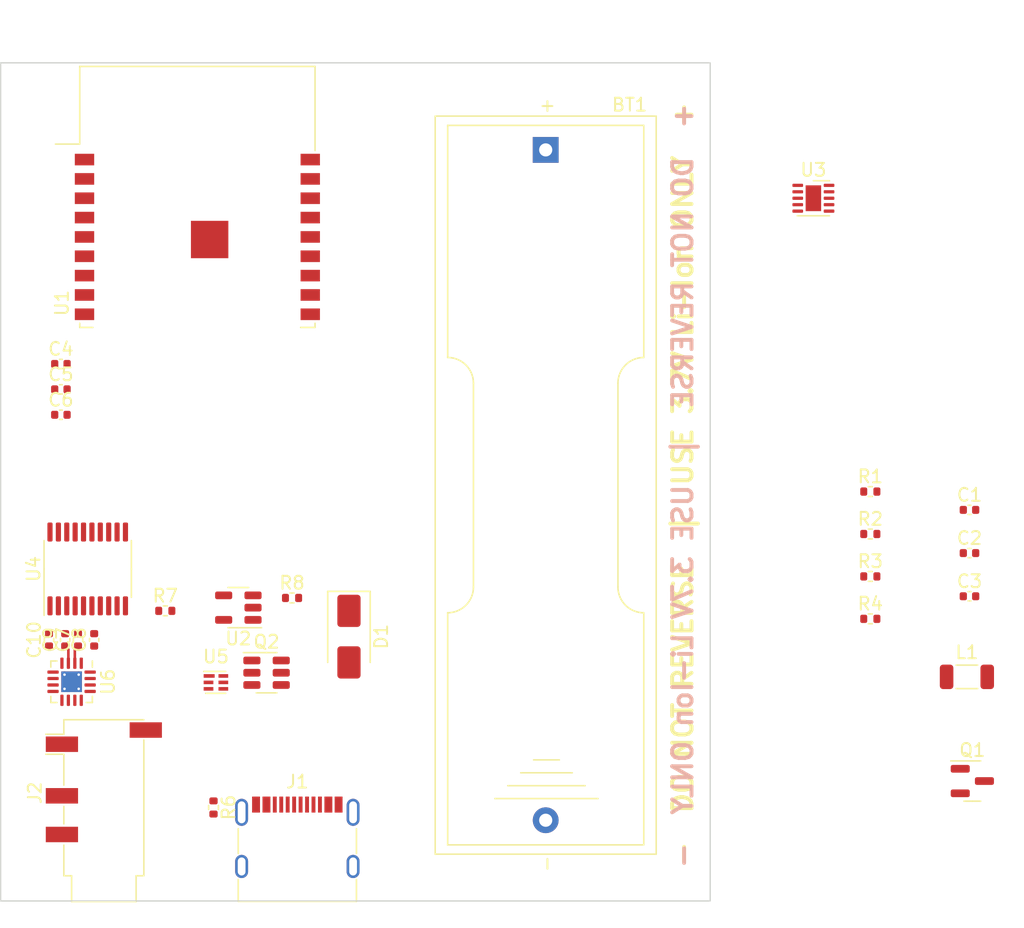
<source format=kicad_pcb>
(kicad_pcb (version 20221018) (generator pcbnew)
  (layers (0 "F.Cu" signal) (1 "In1.Cu" signal) (2 "In2.Cu" signal) (31 "B.Cu" signal) (34 "B.Paste" user) (35 "F.Paste" user) (36 "B.SilkS" user "B.Silkscreen") (37 "F.SilkS" user "F.Silkscreen") (38 "B.Mask" user) (39 "F.Mask" user) (44 "Edge.Cuts" user))
  (net 0 "")
  (net 1 "GND")
  (net 12 "/TPS_EN")
  (net 17 "/TPS_IN")
  (net 18 "VBUS")
  (net 19 "/D-")
  (net 20 "/D+")
  (net 21 "Net-(U3-L2)")
  (net 22 "Net-(U3-L1)")
  (net 24 "/DG")
  (net 25 "/CG")
  (net 26 "/PROG")
  (net 27 "/BS+")
  (net 28 "+3V3")
  (net 33 "Net-(J1-SHIELD)")
  (net 34 "/CC2")
  (net 35 "/CC1")
  (net 36 "-BATT")
  (net 37 "+BATT")
  (net 38 "/BS-")
  (net 39 "/HPVDD")
  (net 40 "/HPVSS")
  (net 41 "/CPP")
  (net 42 "/CPN")
  (net 43 "/INL+")
  (net 44 "/INL-")
  (net 45 "/CL")
  (net 46 "/INR+")
  (net 47 "/INR-")
  (net 48 "/CR")
  (net 49 "/JR")
  (net 50 "/MIC_IN")
  (net 51 "/JL")
  (net 70 "/HP_EN")
  (footprint "Package_TO_SOT_SMD:SOT-23" (layer "F.Cu") (at 95.32 75.7)
    (fp_text reference "Q1" (at 0 -2.4) (layer "F.SilkS"))
    (fp_text value "DMP3165L")
    (fp_line (start 0 -1.56) (end -1.675 -1.56) (stroke (width 0.12)) (layer "F.SilkS"))
    (fp_line (start 0 -1.56) (end 0.65 -1.56) (stroke (width 0.12)) (layer "F.SilkS"))
    (fp_line (start 0 1.56) (end -0.65 1.56) (stroke (width 0.12)) (layer "F.SilkS"))
    (fp_line (start 0 1.56) (end 0.65 1.56) (stroke (width 0.12)) (layer "F.SilkS"))
    (pad "1" smd roundrect (at -0.9375 -0.95) (size 1.475 0.6) (layers "F.Cu" "F.Paste" "F.Mask") (net 18 "VBUS"))
    (pad "2" smd roundrect (at -0.9375 0.95) (size 1.475 0.6) (layers "F.Cu" "F.Paste" "F.Mask") (net 17 "/TPS_IN"))
    (pad "3" smd roundrect (at 0.9375 0) (size 1.475 0.6) (layers "F.Cu" "F.Paste" "F.Mask") (net 37 "+BATT"))
  )
  (footprint "Package_TO_SOT_SMD:SOT-23-6" (layer "F.Cu") (at 40.6125 67.3)
    (fp_text reference "Q2" (at 0 -2.4) (layer "F.SilkS"))
    (fp_text value "DMG9926UDM")
    (fp_line (start 0 -1.56) (end -1.8 -1.56) (stroke (width 0.12)) (layer "F.SilkS"))
    (fp_line (start 0 -1.56) (end 0.8 -1.56) (stroke (width 0.12)) (layer "F.SilkS"))
    (fp_line (start 0 1.56) (end -0.8 1.56) (stroke (width 0.12)) (layer "F.SilkS"))
    (fp_line (start 0 1.56) (end 0.8 1.56) (stroke (width 0.12)) (layer "F.SilkS"))
    (pad "1" smd roundrect (at -1.1375 -0.95) (size 1.325 0.6) (layers "F.Cu" "F.Paste" "F.Mask") (net 1 "GND"))
    (pad "2" smd roundrect (at -1.1375 0) (size 1.325 0.6) (layers "F.Cu" "F.Paste" "F.Mask"))
    (pad "3" smd roundrect (at -1.1375 0.95) (size 1.325 0.6) (layers "F.Cu" "F.Paste" "F.Mask") (net 36 "-BATT"))
    (pad "4" smd roundrect (at 1.1375 0.95) (size 1.325 0.6) (layers "F.Cu" "F.Paste" "F.Mask") (net 24 "/DG"))
    (pad "5" smd roundrect (at 1.1375 0) (size 1.325 0.6) (layers "F.Cu" "F.Paste" "F.Mask"))
    (pad "6" smd roundrect (at 1.1375 -0.95) (size 1.325 0.6) (layers "F.Cu" "F.Paste" "F.Mask") (net 25 "/CG"))
  )
  (footprint "Resistor_SMD:R_0402_1005Metric" (layer "F.Cu") (at 36.5 77.75 -90)
    (fp_text reference "R6" (at 0 -1.17 90) (layer "F.SilkS"))
    (fp_text value "1M")
    (fp_line (start -0.153641 -0.38) (end 0.153641 -0.38) (stroke (width 0.12)) (layer "F.SilkS"))
    (fp_line (start -0.153641 0.38) (end 0.153641 0.38) (stroke (width 0.12)) (layer "F.SilkS"))
    (pad "1" smd roundrect (at -0.51 0 270) (size 0.54 0.64) (layers "F.Cu" "F.Paste" "F.Mask") (net 1 "GND"))
    (pad "2" smd roundrect (at 0.51 0 270) (size 0.54 0.64) (layers "F.Cu" "F.Paste" "F.Mask") (net 33 "Net-(J1-SHIELD)"))
  )
  (footprint "Battery:BatteryHolder_Keystone_2460_1xAA" (layer "F.Cu") (at 62.25 26.75 -90)
    (fp_text reference "BT1" (at -3.5 -6.5 -180) (layer "F.SilkS"))
    (fp_text value "Li-Ion")
    (fp_text user "+" (at -3.4 -0.06 90) (layer "F.SilkS"))
    (fp_text user "-" (at 55.37 -0.06 90) (layer "F.SilkS"))
    (fp_line (start -2.62 -8.565) (end 54.62 -8.565) (stroke (width 0.12)) (layer "F.SilkS"))
    (fp_line (start -2.62 8.565) (end -2.62 -8.565) (stroke (width 0.12)) (layer "F.SilkS"))
    (fp_line (start -1.9 -7.6) (end -1.9 7.6) (stroke (width 0.12)) (layer "F.SilkS"))
    (fp_line (start -1.9 -7.6) (end 16.1 -7.6) (stroke (width 0.12)) (layer "F.SilkS"))
    (fp_line (start -1.9 7.6) (end 16.1 7.6) (stroke (width 0.12)) (layer "F.SilkS"))
    (fp_line (start 18.1 -5.6) (end 33.9 -5.6) (stroke (width 0.12)) (layer "F.SilkS"))
    (fp_line (start 33.9 5.6) (end 18.1 5.6) (stroke (width 0.12)) (layer "F.SilkS"))
    (fp_line (start 35.9 -7.6) (end 53.9 -7.6) (stroke (width 0.12)) (layer "F.SilkS"))
    (fp_line (start 35.9 7.6) (end 53.9 7.6) (stroke (width 0.12)) (layer "F.SilkS"))
    (fp_line (start 47.31 -1.06) (end 47.31 0.94) (stroke (width 0.12)) (layer "F.SilkS"))
    (fp_line (start 48.31 -2.06) (end 48.31 1.94) (stroke (width 0.12)) (layer "F.SilkS"))
    (fp_line (start 49.31 2.94) (end 49.31 -3.06) (stroke (width 0.12)) (layer "F.SilkS"))
    (fp_line (start 50.31 -4.06) (end 50.31 3.94) (stroke (width 0.12)) (layer "F.SilkS"))
    (fp_line (start 53.9 -7.6) (end 53.9 7.6) (stroke (width 0.12)) (layer "F.SilkS"))
    (fp_line (start 54.62 -8.565) (end 54.62 8.565) (stroke (width 0.12)) (layer "F.SilkS"))
    (fp_line (start 54.62 8.565) (end -2.62 8.565) (stroke (width 0.12)) (layer "F.SilkS"))
    (fp_arc (start 16.1 7.6) (mid 16.685786 6.185786) (end 18.1 5.6) (stroke (width 0.12)) (layer "F.SilkS"))
    (fp_arc (start 18.1 -5.6) (mid 16.685786 -6.185786) (end 16.1 -7.6) (stroke (width 0.12)) (layer "F.SilkS"))
    (fp_arc (start 33.9 5.6) (mid 35.314214 6.185786) (end 35.9 7.6) (stroke (width 0.12)) (layer "F.SilkS"))
    (fp_arc (start 35.9 -7.6) (mid 35.314214 -6.185786) (end 33.9 -5.6) (stroke (width 0.12)) (layer "F.SilkS"))
    (pad "" np_thru_hole circle (at 2.75 -5.995) (size 2.64 2.64) (drill 2.64) (layers "*.Cu" "*.Mask"))
    (pad "" np_thru_hole circle (at 49.23 5.995 270) (size 2.64 2.64) (drill 2.64) (layers "*.Cu" "*.Mask"))
    (pad "1" thru_hole rect (at 0 0 90) (size 2 2) (drill 1.02) (layers "*.Cu" "*.Mask") (net 37 "+BATT"))
    (pad "2" thru_hole circle (at 51.99 0 90) (size 2 2) (drill 1.02) (layers "*.Cu" "*.Mask") (net 36 "-BATT"))
  )
  (footprint "Resistor_SMD:R_0402_1005Metric" (layer "F.Cu") (at 87.4125 56.54)
    (fp_text reference "R2" (at 0 -1.17) (layer "F.SilkS"))
    (fp_text value "2k")
    (fp_line (start -0.153641 -0.38) (end 0.153641 -0.38) (stroke (width 0.12)) (layer "F.SilkS"))
    (fp_line (start -0.153641 0.38) (end 0.153641 0.38) (stroke (width 0.12)) (layer "F.SilkS"))
    (pad "1" smd roundrect (at -0.51 0) (size 0.54 0.64) (layers "F.Cu" "F.Paste" "F.Mask") (net 1 "GND"))
    (pad "2" smd roundrect (at 0.51 0) (size 0.54 0.64) (layers "F.Cu" "F.Paste" "F.Mask") (net 26 "/PROG"))
  )
  (footprint "Capacitor_SMD:C_0402_1005Metric" (layer "F.Cu") (at 24.67 45.3225)
    (fp_text reference "C5" (at 0 -1.16) (layer "F.SilkS"))
    (fp_text value "1u")
    (fp_line (start -0.107836 -0.36) (end 0.107836 -0.36) (stroke (width 0.12)) (layer "F.SilkS"))
    (fp_line (start -0.107836 0.36) (end 0.107836 0.36) (stroke (width 0.12)) (layer "F.SilkS"))
    (pad "1" smd roundrect (at -0.48 0) (size 0.56 0.62) (layers "F.Cu" "F.Paste" "F.Mask") (net 1 "GND"))
    (pad "2" smd roundrect (at 0.48 0) (size 0.56 0.62) (layers "F.Cu" "F.Paste" "F.Mask") (net 40 "/HPVSS"))
  )
  (footprint "Package_SON:WSON-6_1.5x1.5mm_P0.5mm" (layer "F.Cu") (at 36.6875 68.05)
    (fp_text reference "U5" (at 0 -2) (layer "F.SilkS"))
    (fp_text value "BQ29728")
    (fp_line (start -0.945 -0.85) (end 0.755 -0.85) (stroke (width 0.12)) (layer "F.SilkS"))
    (fp_line (start -0.795 0.85) (end 0.755 0.85) (stroke (width 0.12)) (layer "F.SilkS"))
    (pad "1" smd rect (at -0.525 -0.5 270) (size 0.28 0.85) (layers "F.Cu" "F.Paste" "F.Mask"))
    (pad "2" smd rect (at -0.575 0 270) (size 0.28 0.75) (layers "F.Cu" "F.Paste" "F.Mask") (net 25 "/CG"))
    (pad "3" smd rect (at -0.575 0.5 270) (size 0.28 0.75) (layers "F.Cu" "F.Paste" "F.Mask") (net 24 "/DG"))
    (pad "4" smd rect (at 0.575 0.5 270) (size 0.28 0.75) (layers "F.Cu" "F.Paste" "F.Mask") (net 36 "-BATT"))
    (pad "5" smd rect (at 0.575 0 270) (size 0.28 0.75) (layers "F.Cu" "F.Paste" "F.Mask") (net 27 "/BS+"))
    (pad "6" smd rect (at 0.575 -0.5 270) (size 0.28 0.75) (layers "F.Cu" "F.Paste" "F.Mask") (net 38 "/BS-"))
  )
  (footprint "Package_SO:TSSOP-20_4.4x6.5mm_P0.65mm" (layer "F.Cu") (at 26.75 59.25 90)
    (fp_text reference "U4" (at 0 -4.2 90) (layer "F.SilkS"))
    (fp_text value "PCM5102A")
    (fp_line (start 0 -3.385) (end -3.6 -3.385) (stroke (width 0.12)) (layer "F.SilkS"))
    (fp_line (start 0 -3.385) (end 2.2 -3.385) (stroke (width 0.12)) (layer "F.SilkS"))
    (fp_line (start 0 3.385) (end -2.2 3.385) (stroke (width 0.12)) (layer "F.SilkS"))
    (fp_line (start 0 3.385) (end 2.2 3.385) (stroke (width 0.12)) (layer "F.SilkS"))
    (pad "1" smd roundrect (at -2.8625 -2.925 90) (size 1.475 0.4) (layers "F.Cu" "F.Paste" "F.Mask"))
    (pad "2" smd roundrect (at -2.8625 -2.275 90) (size 1.475 0.4) (layers "F.Cu" "F.Paste" "F.Mask"))
    (pad "3" smd roundrect (at -2.8625 -1.625 90) (size 1.475 0.4) (layers "F.Cu" "F.Paste" "F.Mask"))
    (pad "4" smd roundrect (at -2.8625 -0.975 90) (size 1.475 0.4) (layers "F.Cu" "F.Paste" "F.Mask"))
    (pad "5" smd roundrect (at -2.8625 -0.325 90) (size 1.475 0.4) (layers "F.Cu" "F.Paste" "F.Mask"))
    (pad "6" smd roundrect (at -2.8625 0.325 90) (size 1.475 0.4) (layers "F.Cu" "F.Paste" "F.Mask") (net 45 "/CL"))
    (pad "7" smd roundrect (at -2.8625 0.975 90) (size 1.475 0.4) (layers "F.Cu" "F.Paste" "F.Mask") (net 48 "/CR"))
    (pad "8" smd roundrect (at -2.8625 1.625 90) (size 1.475 0.4) (layers "F.Cu" "F.Paste" "F.Mask"))
    (pad "9" smd roundrect (at -2.8625 2.275 90) (size 1.475 0.4) (layers "F.Cu" "F.Paste" "F.Mask"))
    (pad "10" smd roundrect (at -2.8625 2.925 90) (size 1.475 0.4) (layers "F.Cu" "F.Paste" "F.Mask"))
    (pad "11" smd roundrect (at 2.8625 2.925 90) (size 1.475 0.4) (layers "F.Cu" "F.Paste" "F.Mask"))
    (pad "12" smd roundrect (at 2.8625 2.275 90) (size 1.475 0.4) (layers "F.Cu" "F.Paste" "F.Mask"))
    (pad "13" smd roundrect (at 2.8625 1.625 90) (size 1.475 0.4) (layers "F.Cu" "F.Paste" "F.Mask"))
    (pad "14" smd roundrect (at 2.8625 0.975 90) (size 1.475 0.4) (layers "F.Cu" "F.Paste" "F.Mask"))
    (pad "15" smd roundrect (at 2.8625 0.325 90) (size 1.475 0.4) (layers "F.Cu" "F.Paste" "F.Mask"))
    (pad "16" smd roundrect (at 2.8625 -0.325 90) (size 1.475 0.4) (layers "F.Cu" "F.Paste" "F.Mask"))
    (pad "17" smd roundrect (at 2.8625 -0.975 90) (size 1.475 0.4) (layers "F.Cu" "F.Paste" "F.Mask"))
    (pad "18" smd roundrect (at 2.8625 -1.625 90) (size 1.475 0.4) (layers "F.Cu" "F.Paste" "F.Mask"))
    (pad "19" smd roundrect (at 2.8625 -2.275 90) (size 1.475 0.4) (layers "F.Cu" "F.Paste" "F.Mask"))
    (pad "20" smd roundrect (at 2.8625 -2.925 90) (size 1.475 0.4) (layers "F.Cu" "F.Paste" "F.Mask"))
  )
  (footprint "Resistor_SMD:R_0402_1005Metric" (layer "F.Cu") (at 87.4125 63.12)
    (fp_text reference "R4" (at 0 -1.17) (layer "F.SilkS"))
    (fp_text value "330")
    (fp_line (start -0.153641 -0.38) (end 0.153641 -0.38) (stroke (width 0.12)) (layer "F.SilkS"))
    (fp_line (start -0.153641 0.38) (end 0.153641 0.38) (stroke (width 0.12)) (layer "F.SilkS"))
    (pad "1" smd roundrect (at -0.51 0) (size 0.54 0.64) (layers "F.Cu" "F.Paste" "F.Mask") (net 27 "/BS+"))
    (pad "2" smd roundrect (at 0.51 0) (size 0.54 0.64) (layers "F.Cu" "F.Paste" "F.Mask") (net 37 "+BATT"))
  )
  (footprint "Package_SON:WSON-10-1EP_2.5x2.5mm_P0.5mm_EP1.2x2mm" (layer "F.Cu") (at 83 30.5)
    (fp_text reference "U3" (at 0 -2.2) (layer "F.SilkS"))
    (fp_text value "TPS63031DSK")
    (fp_line (start -1.25 1.36) (end 1.25 1.36) (stroke (width 0.12)) (layer "F.SilkS"))
    (fp_line (start 0 -1.36) (end 1.25 -1.36) (stroke (width 0.12)) (layer "F.SilkS"))
    (pad "1" smd roundrect (at -1.2125 -1) (size 0.825 0.25) (layers "F.Cu" "F.Paste" "F.Mask") (net 28 "+3V3"))
    (pad "2" smd roundrect (at -1.2125 -0.5) (size 0.825 0.25) (layers "F.Cu" "F.Paste" "F.Mask") (net 21 "Net-(U3-L2)"))
    (pad "3" smd roundrect (at -1.2125 0) (size 0.825 0.25) (layers "F.Cu" "F.Paste" "F.Mask") (net 1 "GND"))
    (pad "4" smd roundrect (at -1.2125 0.5) (size 0.825 0.25) (layers "F.Cu" "F.Paste" "F.Mask") (net 22 "Net-(U3-L1)"))
    (pad "5" smd roundrect (at -1.2125 1) (size 0.825 0.25) (layers "F.Cu" "F.Paste" "F.Mask") (net 17 "/TPS_IN"))
    (pad "6" smd roundrect (at 1.2125 1) (size 0.825 0.25) (layers "F.Cu" "F.Paste" "F.Mask") (net 12 "/TPS_EN"))
    (pad "7" smd roundrect (at 1.2125 0.5) (size 0.825 0.25) (layers "F.Cu" "F.Paste" "F.Mask") (net 12 "/TPS_EN"))
    (pad "8" smd roundrect (at 1.2125 0) (size 0.825 0.25) (layers "F.Cu" "F.Paste" "F.Mask") (net 12 "/TPS_EN"))
    (pad "9" smd roundrect (at 1.2125 -0.5) (size 0.825 0.25) (layers "F.Cu" "F.Paste" "F.Mask") (net 1 "GND"))
    (pad "10" smd roundrect (at 1.2125 -1) (size 0.825 0.25) (layers "F.Cu" "F.Paste" "F.Mask") (net 28 "+3V3"))
    (pad "11" smd rect (at 0 0) (size 1.2 2) (layers "F.Cu" "F.Mask") (net 1 "GND"))
  )
  (footprint "Capacitor_SMD:C_0402_1005Metric" (layer "F.Cu") (at 95.1 58.02)
    (fp_text reference "C2" (at 0 -1.16) (layer "F.SilkS"))
    (fp_text value "0.1u")
    (fp_line (start -0.107836 -0.36) (end 0.107836 -0.36) (stroke (width 0.12)) (layer "F.SilkS"))
    (fp_line (start -0.107836 0.36) (end 0.107836 0.36) (stroke (width 0.12)) (layer "F.SilkS"))
    (pad "1" smd roundrect (at -0.48 0) (size 0.56 0.62) (layers "F.Cu" "F.Paste" "F.Mask") (net 36 "-BATT"))
    (pad "2" smd roundrect (at 0.48 0) (size 0.56 0.62) (layers "F.Cu" "F.Paste" "F.Mask") (net 27 "/BS+"))
  )
  (footprint "Package_TO_SOT_SMD:SOT-23-5" (layer "F.Cu") (at 38.425 62.25 180)
    (fp_text reference "U2" (at 0 -2.4) (layer "F.SilkS"))
    (fp_text value "MCP73831-2ACI-OT")
    (fp_line (start 0 -1.56) (end -1.8 -1.56) (stroke (width 0.12)) (layer "F.SilkS"))
    (fp_line (start 0 -1.56) (end 0.8 -1.56) (stroke (width 0.12)) (layer "F.SilkS"))
    (fp_line (start 0 1.56) (end -0.8 1.56) (stroke (width 0.12)) (layer "F.SilkS"))
    (fp_line (start 0 1.56) (end 0.8 1.56) (stroke (width 0.12)) (layer "F.SilkS"))
    (pad "1" smd roundrect (at -1.1375 -0.95 180) (size 1.325 0.6) (layers "F.Cu" "F.Paste" "F.Mask"))
    (pad "2" smd roundrect (at -1.1375 0 180) (size 1.325 0.6) (layers "F.Cu" "F.Paste" "F.Mask") (net 1 "GND"))
    (pad "3" smd roundrect (at -1.1375 0.95 180) (size 1.325 0.6) (layers "F.Cu" "F.Paste" "F.Mask") (net 37 "+BATT"))
    (pad "4" smd roundrect (at 1.1375 0.95 180) (size 1.325 0.6) (layers "F.Cu" "F.Paste" "F.Mask") (net 18 "VBUS"))
    (pad "5" smd roundrect (at 1.1375 -0.95 180) (size 1.325 0.6) (layers "F.Cu" "F.Paste" "F.Mask") (net 26 "/PROG"))
  )
  (footprint "Inductor_SMD:L_1206_3216Metric" (layer "F.Cu") (at 94.9 67.62)
    (fp_text reference "L1" (at 0 -1.9) (layer "F.SilkS"))
    (fp_text value "1.5u")
    (fp_line (start -0.835242 -0.91) (end 0.835242 -0.91) (stroke (width 0.12)) (layer "F.SilkS"))
    (fp_line (start -0.835242 0.91) (end 0.835242 0.91) (stroke (width 0.12)) (layer "F.SilkS"))
    (pad "1" smd roundrect (at -1.575 0) (size 1.05 1.9) (layers "F.Cu" "F.Paste" "F.Mask") (roundrect_rratio 0.238095) (net 21 "Net-(U3-L2)"))
    (pad "2" smd roundrect (at 1.575 0) (size 1.05 1.9) (layers "F.Cu" "F.Paste" "F.Mask") (roundrect_rratio 0.238095) (net 22 "Net-(U3-L1)"))
  )
  (footprint "Diode_SMD:D_SMA" (layer "F.Cu") (at 47 64.5 -90)
    (fp_text reference "D1" (at 0 -2.5 90) (layer "F.SilkS"))
    (fp_text value "SS54")
    (fp_line (start -3.51 -1.65) (end -3.51 1.65) (stroke (width 0.12)) (layer "F.SilkS"))
    (fp_line (start -3.51 -1.65) (end 2 -1.65) (stroke (width 0.12)) (layer "F.SilkS"))
    (fp_line (start -3.51 1.65) (end 2 1.65) (stroke (width 0.12)) (layer "F.SilkS"))
    (pad "1" smd roundrect (at -2 0 270) (size 2.5 1.8) (layers "F.Cu" "F.Paste" "F.Mask") (roundrect_rratio 0.1388888889) (net 17 "/TPS_IN"))
    (pad "2" smd roundrect (at 2 0 270) (size 2.5 1.8) (layers "F.Cu" "F.Paste" "F.Mask") (roundrect_rratio 0.1388888889) (net 18 "VBUS"))
  )
  (footprint "Capacitor_SMD:C_0402_1005Metric" (layer "F.Cu") (at 26 64.75 90)
    (fp_text reference "C7" (at 0 -1.16 90) (layer "F.SilkS"))
    (fp_text value "1u")
    (fp_line (start -0.107836 -0.36) (end 0.107836 -0.36) (stroke (width 0.12)) (layer "F.SilkS"))
    (fp_line (start -0.107836 0.36) (end 0.107836 0.36) (stroke (width 0.12)) (layer "F.SilkS"))
    (pad "1" smd roundrect (at -0.48 0 90) (size 0.56 0.62) (layers "F.Cu" "F.Paste" "F.Mask") (net 43 "/INL+"))
    (pad "2" smd roundrect (at 0.48 0 90) (size 0.56 0.62) (layers "F.Cu" "F.Paste" "F.Mask") (net 1 "GND"))
  )
  (footprint "Connector_Audio:Jack_3.5mm_PJ320D_Horizontal" (layer "F.Cu") (at 28 76.67 90)
    (fp_text reference "J2" (at 0.05 -5.35 90) (layer "F.SilkS"))
    (fp_text value "AudioJack4")
    (fp_line (start -8.375 -2.5) (end -8.375 2.5) (stroke (width 0.12)) (layer "F.SilkS"))
    (fp_line (start -6.375 -3.1) (end -6.375 -2.5) (stroke (width 0.12)) (layer "F.SilkS"))
    (fp_line (start -6.375 -3.1) (end -4 -3.1) (stroke (width 0.12)) (layer "F.SilkS"))
    (fp_line (start -6.375 -2.5) (end -8.375 -2.5) (stroke (width 0.12)) (layer "F.SilkS"))
    (fp_line (start -6.375 2.5) (end -8.375 2.5) (stroke (width 0.12)) (layer "F.SilkS"))
    (fp_line (start -6.375 2.5) (end -6.375 3.1) (stroke (width 0.12)) (layer "F.SilkS"))
    (fp_line (start -2.35 -3.1) (end -1 -3.1) (stroke (width 0.12)) (layer "F.SilkS"))
    (fp_line (start 0.65 -3.1) (end 3.05 -3.1) (stroke (width 0.12)) (layer "F.SilkS"))
    (fp_line (start 3.05 -3.1) (end 3.05 -4.5) (stroke (width 0.12)) (layer "F.SilkS"))
    (fp_line (start 4.15 3.1) (end -6.375 3.1) (stroke (width 0.12)) (layer "F.SilkS"))
    (fp_line (start 4.6 -3.1) (end 4.6 -4.5) (stroke (width 0.12)) (layer "F.SilkS"))
    (fp_line (start 4.6 -3.1) (end 5.725 -3.1) (stroke (width 0.12)) (layer "F.SilkS"))
    (fp_line (start 5.725 3.1) (end 5.725 -3.1) (stroke (width 0.12)) (layer "F.SilkS"))
    (pad "" np_thru_hole circle (at -4.775 0 90) (size 1.5 1.5) (drill 1.5) (layers "*.Cu" "*.Mask"))
    (pad "" np_thru_hole circle (at 2.225 0 90) (size 1.5 1.5) (drill 1.5) (layers "*.Cu" "*.Mask"))
    (pad "R1" smd rect (at -0.175 -3.25 90) (size 1.2 2.5) (layers "F.Cu" "F.Paste" "F.Mask") (net 49 "/JR"))
    (pad "R2" smd rect (at -3.175 -3.25 90) (size 1.2 2.5) (layers "F.Cu" "F.Paste" "F.Mask") (net 1 "GND"))
    (pad "S" smd rect (at 4.925 3.25 90) (size 1.2 2.5) (layers "F.Cu" "F.Paste" "F.Mask") (net 50 "/MIC_IN"))
    (pad "T" smd rect (at 3.825 -3.25 90) (size 1.2 2.5) (layers "F.Cu" "F.Paste" "F.Mask") (net 51 "/JL"))
  )
  (footprint "Resistor_SMD:R_0402_1005Metric" (layer "F.Cu") (at 87.4125 53.25)
    (fp_text reference "R1" (at 0 -1.17) (layer "F.SilkS"))
    (fp_text value "20k")
    (fp_line (start -0.153641 -0.38) (end 0.153641 -0.38) (stroke (width 0.12)) (layer "F.SilkS"))
    (fp_line (start -0.153641 0.38) (end 0.153641 0.38) (stroke (width 0.12)) (layer "F.SilkS"))
    (pad "1" smd roundrect (at -0.51 0) (size 0.54 0.64) (layers "F.Cu" "F.Paste" "F.Mask") (net 18 "VBUS"))
    (pad "2" smd roundrect (at 0.51 0) (size 0.54 0.64) (layers "F.Cu" "F.Paste" "F.Mask") (net 1 "GND"))
  )
  (footprint "Capacitor_SMD:C_0402_1005Metric" (layer "F.Cu") (at 24.67 47.2925)
    (fp_text reference "C6" (at 0 -1.16) (layer "F.SilkS"))
    (fp_text value "1u")
    (fp_line (start -0.107836 -0.36) (end 0.107836 -0.36) (stroke (width 0.12)) (layer "F.SilkS"))
    (fp_line (start -0.107836 0.36) (end 0.107836 0.36) (stroke (width 0.12)) (layer "F.SilkS"))
    (pad "1" smd roundrect (at -0.48 0) (size 0.56 0.62) (layers "F.Cu" "F.Paste" "F.Mask") (net 41 "/CPP"))
    (pad "2" smd roundrect (at 0.48 0) (size 0.56 0.62) (layers "F.Cu" "F.Paste" "F.Mask") (net 42 "/CPN"))
  )
  (footprint "Capacitor_SMD:C_0402_1005Metric" (layer "F.Cu") (at 95.1 61.37)
    (fp_text reference "C3" (at 0 -1.16) (layer "F.SilkS"))
    (fp_text value "10u")
    (fp_line (start -0.107836 -0.36) (end 0.107836 -0.36) (stroke (width 0.12)) (layer "F.SilkS"))
    (fp_line (start -0.107836 0.36) (end 0.107836 0.36) (stroke (width 0.12)) (layer "F.SilkS"))
    (pad "1" smd roundrect (at -0.48 0) (size 0.56 0.62) (layers "F.Cu" "F.Paste" "F.Mask") (net 17 "/TPS_IN"))
    (pad "2" smd roundrect (at 0.48 0) (size 0.56 0.62) (layers "F.Cu" "F.Paste" "F.Mask") (net 1 "GND"))
  )
  (footprint "Resistor_SMD:R_0402_1005Metric" (layer "F.Cu") (at 87.4125 59.83)
    (fp_text reference "R3" (at 0 -1.17) (layer "F.SilkS"))
    (fp_text value "2.2k")
    (fp_line (start -0.153641 -0.38) (end 0.153641 -0.38) (stroke (width 0.12)) (layer "F.SilkS"))
    (fp_line (start -0.153641 0.38) (end 0.153641 0.38) (stroke (width 0.12)) (layer "F.SilkS"))
    (pad "1" smd roundrect (at -0.51 0) (size 0.54 0.64) (layers "F.Cu" "F.Paste" "F.Mask") (net 38 "/BS-"))
    (pad "2" smd roundrect (at 0.51 0) (size 0.54 0.64) (layers "F.Cu" "F.Paste" "F.Mask") (net 1 "GND"))
  )
  (footprint "Capacitor_SMD:C_0402_1005Metric" (layer "F.Cu") (at 24.67 43.3525)
    (fp_text reference "C4" (at 0 -1.16) (layer "F.SilkS"))
    (fp_text value "1u")
    (fp_line (start -0.107836 -0.36) (end 0.107836 -0.36) (stroke (width 0.12)) (layer "F.SilkS"))
    (fp_line (start -0.107836 0.36) (end 0.107836 0.36) (stroke (width 0.12)) (layer "F.SilkS"))
    (pad "1" smd roundrect (at -0.48 0) (size 0.56 0.62) (layers "F.Cu" "F.Paste" "F.Mask") (net 1 "GND"))
    (pad "2" smd roundrect (at 0.48 0) (size 0.56 0.62) (layers "F.Cu" "F.Paste" "F.Mask") (net 39 "/HPVDD"))
  )
  (footprint "Capacitor_SMD:C_0402_1005Metric" (layer "F.Cu") (at 95.1 54.67)
    (fp_text reference "C1" (at 0 -1.16) (layer "F.SilkS"))
    (fp_text value "0.1u")
    (fp_line (start -0.107836 -0.36) (end 0.107836 -0.36) (stroke (width 0.12)) (layer "F.SilkS"))
    (fp_line (start -0.107836 0.36) (end 0.107836 0.36) (stroke (width 0.12)) (layer "F.SilkS"))
    (pad "1" smd roundrect (at -0.48 0) (size 0.56 0.62) (layers "F.Cu" "F.Paste" "F.Mask") (net 1 "GND"))
    (pad "2" smd roundrect (at 0.48 0) (size 0.56 0.62) (layers "F.Cu" "F.Paste" "F.Mask") (net 12 "/TPS_EN"))
  )
  (footprint "0-thisproject:ESP32-C3-WROOM-02" (layer "F.Cu") (at 35.25 33.5)
    (fp_text reference "U1" (at -10.5 5.13 90) (layer "F.SilkS"))
    (fp_text value "ESP32-C3-WROOM-02")
    (fp_line (start -9.12 -13.22) (end -9.12 -7.2) (stroke (width 0.12)) (layer "F.SilkS"))
    (fp_line (start -9.12 -13.22) (end 9.12 -13.22) (stroke (width 0.12)) (layer "F.SilkS"))
    (fp_line (start -9.12 -7.2) (end -11 -7.2) (stroke (width 0.12)) (layer "F.SilkS"))
    (fp_line (start -9.12 6.7) (end -9.12 7.02) (stroke (width 0.12)) (layer "F.SilkS"))
    (fp_line (start -9.12 7.02) (end -8.1 7.02) (stroke (width 0.12)) (layer "F.SilkS"))
    (fp_line (start 8 7.02) (end 9.12 7.02) (stroke (width 0.12)) (layer "F.SilkS"))
    (fp_line (start 9.12 -13.22) (end 9.12 -6.7) (stroke (width 0.12)) (layer "F.SilkS"))
    (fp_line (start 9.12 6.7) (end 9.12 7) (stroke (width 0.12)) (layer "F.SilkS"))
    (pad "1" smd rect (at -8.75 -6) (size 1.5 0.9) (layers "F.Cu" "F.Paste" "F.Mask") (net 28 "+3V3"))
    (pad "2" smd rect (at -8.75 -4.5) (size 1.5 0.9) (layers "F.Cu" "F.Paste" "F.Mask"))
    (pad "3" smd rect (at -8.75 -3) (size 1.5 0.9) (layers "F.Cu" "F.Paste" "F.Mask"))
    (pad "4" smd rect (at -8.75 -1.5) (size 1.5 0.9) (layers "F.Cu" "F.Paste" "F.Mask"))
    (pad "5" smd rect (at -8.75 0) (size 1.5 0.9) (layers "F.Cu" "F.Paste" "F.Mask"))
    (pad "6" smd rect (at -8.75 1.5) (size 1.5 0.9) (layers "F.Cu" "F.Paste" "F.Mask"))
    (pad "7" smd rect (at -8.75 3) (size 1.5 0.9) (layers "F.Cu" "F.Paste" "F.Mask"))
    (pad "8" smd rect (at -8.75 4.5) (size 1.5 0.9) (layers "F.Cu" "F.Paste" "F.Mask"))
    (pad "9" smd rect (at -8.75 6) (size 1.5 0.9) (layers "F.Cu" "F.Paste" "F.Mask"))
    (pad "10" smd rect (at 8.75 6) (size 1.5 0.9) (layers "F.Cu" "F.Paste" "F.Mask"))
    (pad "11" smd rect (at 8.75 4.5) (size 1.5 0.9) (layers "F.Cu" "F.Paste" "F.Mask"))
    (pad "12" smd rect (at 8.75 3) (size 1.5 0.9) (layers "F.Cu" "F.Paste" "F.Mask"))
    (pad "13" smd rect (at 8.75 1.5) (size 1.5 0.9) (layers "F.Cu" "F.Paste" "F.Mask") (net 19 "/D-"))
    (pad "14" smd rect (at 8.75 0) (size 1.5 0.9) (layers "F.Cu" "F.Paste" "F.Mask") (net 20 "/D+"))
    (pad "15" smd rect (at 8.75 -1.5) (size 1.5 0.9) (layers "F.Cu" "F.Paste" "F.Mask"))
    (pad "16" smd rect (at 8.75 -3) (size 1.5 0.9) (layers "F.Cu" "F.Paste" "F.Mask"))
    (pad "17" smd rect (at 8.75 -4.5) (size 1.5 0.9) (layers "F.Cu" "F.Paste" "F.Mask"))
    (pad "18" smd rect (at 8.75 -6) (size 1.5 0.9) (layers "F.Cu" "F.Paste" "F.Mask"))
    (pad "19" smd rect (at 0.95 0.2) (size 2.9 2.9) (layers "F.Cu" "F.Paste" "F.Mask") (net 1 "GND") (thermal_bridge_width 0.2) (thermal_gap 0.5))
  )
  (footprint "Resistor_SMD:R_0402_1005Metric" (layer "F.Cu") (at 42.5875 61.5)
    (fp_text reference "R8" (at 0 -1.17) (layer "F.SilkS"))
    (fp_text value "5.1k")
    (fp_line (start -0.153641 -0.38) (end 0.153641 -0.38) (stroke (width 0.12)) (layer "F.SilkS"))
    (fp_line (start -0.153641 0.38) (end 0.153641 0.38) (stroke (width 0.12)) (layer "F.SilkS"))
    (pad "1" smd roundrect (at -0.51 0) (size 0.54 0.64) (layers "F.Cu" "F.Paste" "F.Mask") (net 1 "GND"))
    (pad "2" smd roundrect (at 0.51 0) (size 0.54 0.64) (layers "F.Cu" "F.Paste" "F.Mask") (net 35 "/CC1"))
  )
  (footprint "Capacitor_SMD:C_0402_1005Metric" (layer "F.Cu") (at 25 64.75 90)
    (fp_text reference "C9" (at 0 -1.16 90) (layer "F.SilkS"))
    (fp_text value "1u")
    (fp_line (start -0.107836 -0.36) (end 0.107836 -0.36) (stroke (width 0.12)) (layer "F.SilkS"))
    (fp_line (start -0.107836 0.36) (end 0.107836 0.36) (stroke (width 0.12)) (layer "F.SilkS"))
    (pad "1" smd roundrect (at -0.48 0 90) (size 0.56 0.62) (layers "F.Cu" "F.Paste" "F.Mask") (net 46 "/INR+"))
    (pad "2" smd roundrect (at 0.48 0 90) (size 0.56 0.62) (layers "F.Cu" "F.Paste" "F.Mask") (net 1 "GND"))
  )
  (footprint "Capacitor_SMD:C_0402_1005Metric" (layer "F.Cu") (at 27.25 64.75 90)
    (fp_text reference "C8" (at 0 -1.16 90) (layer "F.SilkS"))
    (fp_text value "1u")
    (fp_line (start -0.107836 -0.36) (end 0.107836 -0.36) (stroke (width 0.12)) (layer "F.SilkS"))
    (fp_line (start -0.107836 0.36) (end 0.107836 0.36) (stroke (width 0.12)) (layer "F.SilkS"))
    (pad "1" smd roundrect (at -0.48 0 90) (size 0.56 0.62) (layers "F.Cu" "F.Paste" "F.Mask") (net 44 "/INL-"))
    (pad "2" smd roundrect (at 0.48 0 90) (size 0.56 0.62) (layers "F.Cu" "F.Paste" "F.Mask") (net 45 "/CL"))
  )
  (footprint "Connector_USB:USB_C_Receptacle_G-Switch_GT-USB-7010ASV" (layer "F.Cu") (at 43 81.25)
    (fp_text reference "J1" (at 0 -5.5) (layer "F.SilkS"))
    (fp_text value "USB_C_Receptacle_USB2.0")
    (fp_line (start -4.58 -1.85) (end -4.58 0.07) (stroke (width 0.12)) (layer "F.SilkS"))
    (fp_line (start -4.58 3.785) (end -4.58 2.08) (stroke (width 0.12)) (layer "F.SilkS"))
    (fp_line (start 4.58 0.07) (end 4.58 -1.85) (stroke (width 0.12)) (layer "F.SilkS"))
    (fp_line (start 4.58 2.08) (end 4.58 3.785) (stroke (width 0.12)) (layer "F.SilkS"))
    (fp_line (start 4.58 3.785) (end -4.58 3.785) (stroke (width 0.12)) (layer "F.SilkS"))
    (pad "" np_thru_hole circle (at -2.89 -2.605) (size 0.65 0.65) (drill 0.65) (layers "*.Cu" "*.Mask"))
    (pad "" np_thru_hole circle (at 2.89 -2.605) (size 0.65 0.65) (drill 0.65) (layers "*.Cu" "*.Mask"))
    (pad "A1" smd rect (at -3.2 -3.725) (size 0.6 1.24) (layers "F.Cu" "F.Paste" "F.Mask") (net 1 "GND"))
    (pad "A4" smd rect (at -2.4 -3.725) (size 0.6 1.24) (layers "F.Cu" "F.Paste" "F.Mask") (net 18 "VBUS"))
    (pad "A5" smd rect (at -1.25 -3.725) (size 0.3 1.24) (layers "F.Cu" "F.Paste" "F.Mask") (net 35 "/CC1"))
    (pad "A6" smd rect (at -0.25 -3.725) (size 0.3 1.24) (layers "F.Cu" "F.Paste" "F.Mask") (net 20 "/D+"))
    (pad "A7" smd rect (at 0.25 -3.725) (size 0.3 1.24) (layers "F.Cu" "F.Paste" "F.Mask") (net 19 "/D-"))
    (pad "A8" smd rect (at 1.25 -3.725) (size 0.3 1.24) (layers "F.Cu" "F.Paste" "F.Mask"))
    (pad "A9" smd rect (at 2.4 -3.725) (size 0.6 1.24) (layers "F.Cu" "F.Paste" "F.Mask") (net 18 "VBUS"))
    (pad "A12" smd rect (at 3.2 -3.725) (size 0.6 1.24) (layers "F.Cu" "F.Paste" "F.Mask") (net 1 "GND"))
    (pad "B1" smd rect (at 3.2 -3.725) (size 0.6 1.24) (layers "F.Cu" "F.Paste" "F.Mask") (net 1 "GND"))
    (pad "B4" smd rect (at 2.4 -3.725) (size 0.6 1.24) (layers "F.Cu" "F.Paste" "F.Mask") (net 18 "VBUS"))
    (pad "B5" smd rect (at 1.75 -3.725) (size 0.3 1.24) (layers "F.Cu" "F.Paste" "F.Mask") (net 34 "/CC2"))
    (pad "B6" smd rect (at 0.75 -3.725) (size 0.3 1.24) (layers "F.Cu" "F.Paste" "F.Mask") (net 20 "/D+"))
    (pad "B7" smd rect (at -0.75 -3.725) (size 0.3 1.24) (layers "F.Cu" "F.Paste" "F.Mask") (net 19 "/D-"))
    (pad "B8" smd rect (at -1.75 -3.725) (size 0.3 1.24) (layers "F.Cu" "F.Paste" "F.Mask"))
    (pad "B9" smd rect (at -2.4 -3.725) (size 0.6 1.24) (layers "F.Cu" "F.Paste" "F.Mask") (net 18 "VBUS"))
    (pad "B12" smd rect (at -3.2 -3.725) (size 0.6 1.24) (layers "F.Cu" "F.Paste" "F.Mask") (net 1 "GND"))
    (pad "S1" thru_hole oval (at -4.32 -3.125) (size 1 2.1) (drill oval 0.6 1.7) (layers "*.Cu" "*.Mask") (net 33 "Net-(J1-SHIELD)"))
    (pad "S1" thru_hole oval (at -4.32 1.075) (size 1 1.8) (drill oval 0.6 1.4) (layers "*.Cu" "*.Mask") (net 33 "Net-(J1-SHIELD)"))
    (pad "S1" thru_hole oval (at 4.32 -3.125) (size 1 2.1) (drill oval 0.6 1.7) (layers "*.Cu" "*.Mask") (net 33 "Net-(J1-SHIELD)"))
    (pad "S1" thru_hole oval (at 4.32 1.075) (size 1 1.8) (drill oval 0.6 1.4) (layers "*.Cu" "*.Mask") (net 33 "Net-(J1-SHIELD)"))
  )
  (footprint "Resistor_SMD:R_0402_1005Metric" (layer "F.Cu") (at 32.7625 62.5)
    (fp_text reference "R7" (at 0 -1.17) (layer "F.SilkS"))
    (fp_text value "5.1k")
    (fp_line (start -0.153641 -0.38) (end 0.153641 -0.38) (stroke (width 0.12)) (layer "F.SilkS"))
    (fp_line (start -0.153641 0.38) (end 0.153641 0.38) (stroke (width 0.12)) (layer "F.SilkS"))
    (pad "1" smd roundrect (at -0.51 0) (size 0.54 0.64) (layers "F.Cu" "F.Paste" "F.Mask") (net 34 "/CC2"))
    (pad "2" smd roundrect (at 0.51 0) (size 0.54 0.64) (layers "F.Cu" "F.Paste" "F.Mask") (net 1 "GND"))
  )
  (footprint "Package_DFN_QFN:WQFN-16-1EP_3x3mm_P0.5mm_EP1.6x1.6mm_ThermalVias" (layer "F.Cu") (at 25.5 68 -90)
    (fp_text reference "U6" (at 0 -2.82 90) (layer "F.SilkS"))
    (fp_text value "PAM8908")
    (fp_line (start -1.61 1.61) (end -1.61 1.135) (stroke (width 0.12)) (layer "F.SilkS"))
    (fp_line (start -1.135 -1.61) (end -1.61 -1.61) (stroke (width 0.12)) (layer "F.SilkS"))
    (fp_line (start -1.135 1.61) (end -1.61 1.61) (stroke (width 0.12)) (layer "F.SilkS"))
    (fp_line (start 1.135 -1.61) (end 1.61 -1.61) (stroke (width 0.12)) (layer "F.SilkS"))
    (fp_line (start 1.135 1.61) (end 1.61 1.61) (stroke (width 0.12)) (layer "F.SilkS"))
    (fp_line (start 1.61 -1.61) (end 1.61 -1.135) (stroke (width 0.12)) (layer "F.SilkS"))
    (fp_line (start 1.61 1.61) (end 1.61 1.135) (stroke (width 0.12)) (layer "F.SilkS"))
    (pad "1" smd roundrect (at -1.4375 -0.75 270) (size 0.875 0.25) (layers "F.Cu" "F.Paste" "F.Mask") (net 44 "/INL-"))
    (pad "2" smd roundrect (at -1.4375 -0.25 270) (size 0.875 0.25) (layers "F.Cu" "F.Paste" "F.Mask") (net 43 "/INL+"))
    (pad "3" smd roundrect (at -1.4375 0.25 270) (size 0.875 0.25) (layers "F.Cu" "F.Paste" "F.Mask") (net 46 "/INR+"))
    (pad "4" smd roundrect (at -1.4375 0.75 270) (size 0.875 0.25) (layers "F.Cu" "F.Paste" "F.Mask") (net 47 "/INR-"))
    (pad "5" smd roundrect (at -0.75 1.4375 270) (size 0.25 0.875) (layers "F.Cu" "F.Paste" "F.Mask") (net 49 "/JR"))
    (pad "6" smd roundrect (at -0.25 1.4375 270) (size 0.25 0.875) (layers "F.Cu" "F.Paste" "F.Mask") (net 28 "+3V3"))
    (pad "7" smd roundrect (at 0.25 1.4375 270) (size 0.25 0.875) (layers "F.Cu" "F.Paste" "F.Mask") (net 1 "GND"))
    (pad "8" smd roundrect (at 0.75 1.4375 270) (size 0.25 0.875) (layers "F.Cu" "F.Paste" "F.Mask") (net 40 "/HPVSS"))
    (pad "9" smd roundrect (at 1.4375 0.75 270) (size 0.875 0.25) (layers "F.Cu" "F.Paste" "F.Mask") (net 42 "/CPN"))
    (pad "10" smd roundrect (at 1.4375 0.25 270) (size 0.875 0.25) (layers "F.Cu" "F.Paste" "F.Mask") (net 1 "GND"))
    (pad "11" smd roundrect (at 1.4375 -0.25 270) (size 0.875 0.25) (layers "F.Cu" "F.Paste" "F.Mask") (net 41 "/CPP"))
    (pad "12" smd roundrect (at 1.4375 -0.75 270) (size 0.875 0.25) (layers "F.Cu" "F.Paste" "F.Mask") (net 39 "/HPVDD"))
    (pad "13" smd roundrect (at 0.75 -1.4375 270) (size 0.25 0.875) (layers "F.Cu" "F.Paste" "F.Mask") (net 70 "/HP_EN"))
    (pad "14" smd roundrect (at 0.25 -1.4375 270) (size 0.25 0.875) (layers "F.Cu" "F.Paste" "F.Mask") (net 28 "+3V3"))
    (pad "15" smd roundrect (at -0.25 -1.4375 270) (size 0.25 0.875) (layers "F.Cu" "F.Paste" "F.Mask") (net 1 "GND"))
    (pad "16" smd roundrect (at -0.75 -1.4375 270) (size 0.25 0.875) (layers "F.Cu" "F.Paste" "F.Mask") (net 51 "/JL"))
    (pad "17" thru_hole circle (at -0.55 -0.55 270) (size 0.5 0.5) (drill 0.2) (layers "*.Cu"))
    (pad "17" thru_hole circle (at -0.55 0.55 270) (size 0.5 0.5) (drill 0.2) (layers "*.Cu"))
    (pad "17" smd rect (at 0 0 270) (size 1.6 1.6) (layers "F.Cu" "F.Mask"))
    (pad "17" smd rect (at 0 0 270) (size 1.6 1.6) (layers "B.Cu"))
    (pad "17" thru_hole circle (at 0.55 -0.55 270) (size 0.5 0.5) (drill 0.2) (layers "*.Cu"))
    (pad "17" thru_hole circle (at 0.55 0.55 270) (size 0.5 0.5) (drill 0.2) (layers "*.Cu"))
  )
  (footprint "Capacitor_SMD:C_0402_1005Metric" (layer "F.Cu") (at 23.75 64.75 90)
    (fp_text reference "C10" (at 0 -1.16 90) (layer "F.SilkS"))
    (fp_text value "1u")
    (fp_line (start -0.107836 -0.36) (end 0.107836 -0.36) (stroke (width 0.12)) (layer "F.SilkS"))
    (fp_line (start -0.107836 0.36) (end 0.107836 0.36) (stroke (width 0.12)) (layer "F.SilkS"))
    (pad "1" smd roundrect (at -0.48 0 90) (size 0.56 0.62) (layers "F.Cu" "F.Paste" "F.Mask") (net 47 "/INR-"))
    (pad "2" smd roundrect (at 0.48 0 90) (size 0.56 0.62) (layers "F.Cu" "F.Paste" "F.Mask") (net 48 "/CR"))
  )
  (gr_rect (start 20 20) (end 75 85) (stroke (width 0.1)) (fill none) (layer "Edge.Cuts"))
  (gr_text "+  DO NOT REVERSE  |  USE 3.7V Li-Ion ONLY  -" (at 73.75 23 90) (layer "B.SilkS") (effects (font (size 1.5 1.5) (thickness 0.3) bold) (justify left bottom mirror)))
  (gr_text "-  DO NOT REVERSE  |  USE 3.7V Li-Ion ONLY  +" (at 73.75 82.5 90) (layer "F.SilkS") (effects (font (size 1.5 1.5) (thickness 0.3) bold) (justify left bottom)))
  (segment (start 25.98 64.29) (end 26 64.31) (width 0.25) (layer "F.Cu") (net 1))
  (segment (start 26 65.25) (end 25.75 65.5) (width 0.2) (layer "F.Cu") (net 43))
  (segment (start 25.75 65.5) (end 25.75 66.5625) (width 0.2) (layer "F.Cu") (net 43))
  (segment (start 25.25 65.5) (end 25.25 66.5625) (width 0.2) (layer "F.Cu") (net 46))
  (segment (start 25 65.25) (end 25.25 65.5) (width 0.2) (layer "F.Cu") (net 46))
)
</source>
